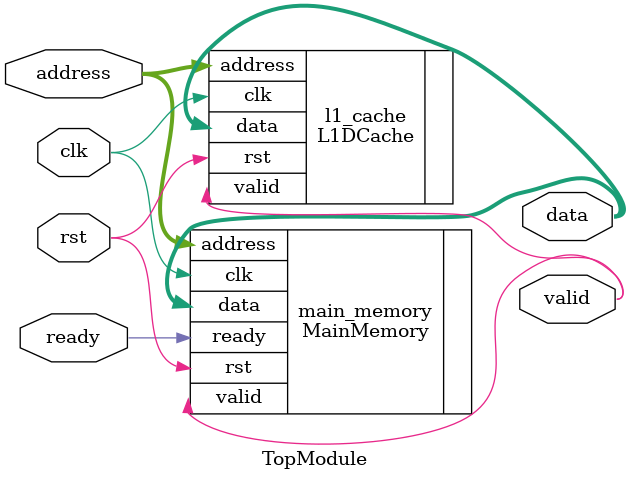
<source format=v>
module TopModule (
  input wire clk,
  input wire rst,
  input wire [31:0] address,
  output wire [31:0] data,
  output wire valid,
  input wire ready
);

  // Instantiate the L1 data cache module
  L1DCache l1_cache (
    .clk(clk),
    .rst(rst),
    .address(address),
    .data(data),
    .valid(valid)
  );

  // Instantiate the main memory module
  MainMemory main_memory (
    .clk(clk),
    .rst(rst),
    .address(address),
    .data(data),
    .valid(valid),
    .ready(ready)
  );

endmodule

</source>
